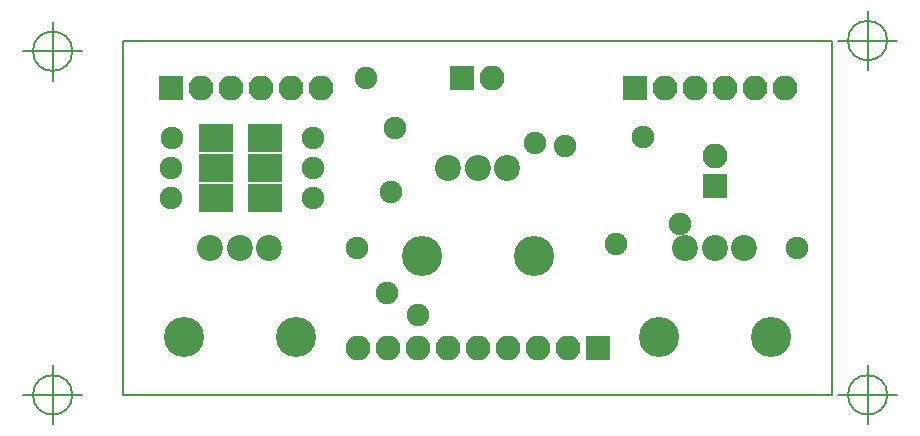
<source format=gbr>
G04 #@! TF.GenerationSoftware,KiCad,Pcbnew,(5.1.4)-1*
G04 #@! TF.CreationDate,2019-12-04T23:16:08+01:00*
G04 #@! TF.ProjectId,instru_bab_v2,696e7374-7275-45f6-9261-625f76322e6b,rev?*
G04 #@! TF.SameCoordinates,Original*
G04 #@! TF.FileFunction,Soldermask,Top*
G04 #@! TF.FilePolarity,Negative*
%FSLAX46Y46*%
G04 Gerber Fmt 4.6, Leading zero omitted, Abs format (unit mm)*
G04 Created by KiCad (PCBNEW (5.1.4)-1) date 2019-12-04 23:16:08*
%MOMM*%
%LPD*%
G04 APERTURE LIST*
%ADD10C,0.200000*%
%ADD11R,2.100000X2.100000*%
%ADD12O,2.100000X2.100000*%
%ADD13C,2.200000*%
%ADD14C,3.400000*%
%ADD15R,2.900000X2.400000*%
%ADD16C,1.900000*%
G04 APERTURE END LIST*
D10*
X239666666Y-50000000D02*
G75*
G03X239666666Y-50000000I-1666666J0D01*
G01*
X235500000Y-50000000D02*
X240500000Y-50000000D01*
X238000000Y-47500000D02*
X238000000Y-52500000D01*
X170666666Y-50900000D02*
G75*
G03X170666666Y-50900000I-1666666J0D01*
G01*
X166500000Y-50900000D02*
X171500000Y-50900000D01*
X169000000Y-48400000D02*
X169000000Y-53400000D01*
X170666666Y-80000000D02*
G75*
G03X170666666Y-80000000I-1666666J0D01*
G01*
X166500000Y-80000000D02*
X171500000Y-80000000D01*
X169000000Y-77500000D02*
X169000000Y-82500000D01*
X239666666Y-80000000D02*
G75*
G03X239666666Y-80000000I-1666666J0D01*
G01*
X235500000Y-80000000D02*
X240500000Y-80000000D01*
X238000000Y-77500000D02*
X238000000Y-82500000D01*
X235000000Y-50000000D02*
X175000000Y-50000000D01*
X235000000Y-80000000D02*
X235000000Y-50000000D01*
X175000000Y-80000000D02*
X235000000Y-80000000D01*
X175000000Y-50000000D02*
X175000000Y-80000000D01*
D11*
X215160000Y-76000000D03*
D12*
X212620000Y-76000000D03*
X210080000Y-76000000D03*
X207540000Y-76000000D03*
X205000000Y-76000000D03*
X202460000Y-76000000D03*
X199920000Y-76000000D03*
X197380000Y-76000000D03*
X194840000Y-76000000D03*
D13*
X187350000Y-67600000D03*
X184850000Y-67600000D03*
X182350000Y-67600000D03*
D14*
X189600000Y-75100000D03*
X180100000Y-75100000D03*
D15*
X187000000Y-63340000D03*
X182840000Y-63340000D03*
X187000000Y-60800000D03*
X182840000Y-60800000D03*
X187000000Y-58260000D03*
X182840000Y-58260000D03*
D13*
X227550000Y-67600000D03*
X225050000Y-67600000D03*
X222550000Y-67600000D03*
D14*
X229800000Y-75100000D03*
X220300000Y-75100000D03*
D13*
X207500000Y-60750000D03*
X205000000Y-60750000D03*
X202500000Y-60750000D03*
D14*
X209750000Y-68250000D03*
X200250000Y-68250000D03*
D11*
X179000000Y-54000000D03*
D12*
X181540000Y-54000000D03*
X184080000Y-54000000D03*
X186620000Y-54000000D03*
X189160000Y-54000000D03*
X191700000Y-54000000D03*
D11*
X218300000Y-54000000D03*
D12*
X220840000Y-54000000D03*
X223380000Y-54000000D03*
X225920000Y-54000000D03*
X228460000Y-54000000D03*
X231000000Y-54000000D03*
D11*
X225050000Y-62340000D03*
D12*
X225050000Y-59800000D03*
D11*
X203660000Y-53200000D03*
D12*
X206200000Y-53200000D03*
D16*
X198000000Y-57400000D03*
X219000000Y-58200000D03*
X179050000Y-63350000D03*
X179049994Y-60800000D03*
X179100000Y-58250000D03*
X195550000Y-53150000D03*
X191050000Y-58250000D03*
X191050008Y-60800000D03*
X191050000Y-63349996D03*
X232050000Y-67600000D03*
X222150000Y-65500002D03*
X216741108Y-67191110D03*
X212400000Y-58950000D03*
X209800000Y-58700000D03*
X197650000Y-62800000D03*
X194800000Y-67600000D03*
X197350000Y-71400000D03*
X199900000Y-73200000D03*
M02*

</source>
